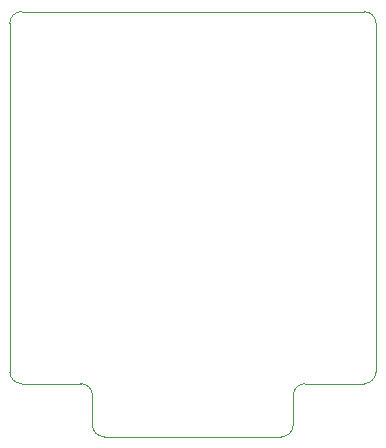
<source format=gm1>
%TF.GenerationSoftware,KiCad,Pcbnew,(6.0.0)*%
%TF.CreationDate,2022-09-20T12:46:11+03:00*%
%TF.ProjectId,Haier_module,48616965-725f-46d6-9f64-756c652e6b69,rev?*%
%TF.SameCoordinates,Original*%
%TF.FileFunction,Profile,NP*%
%FSLAX46Y46*%
G04 Gerber Fmt 4.6, Leading zero omitted, Abs format (unit mm)*
G04 Created by KiCad (PCBNEW (6.0.0)) date 2022-09-20 12:46:11*
%MOMM*%
%LPD*%
G01*
G04 APERTURE LIST*
%TA.AperFunction,Profile*%
%ADD10C,0.100000*%
%TD*%
G04 APERTURE END LIST*
D10*
X93000000Y-122500000D02*
G75*
G03*
X92000000Y-121500000I-999999J1D01*
G01*
X87000000Y-121500000D02*
X92000000Y-121500000D01*
X116000000Y-121500000D02*
G75*
G03*
X117000000Y-120500000I1J999999D01*
G01*
X86000000Y-120500000D02*
X86000000Y-91000000D01*
X86000000Y-120500000D02*
G75*
G03*
X87000000Y-121500000I999999J-1D01*
G01*
X87000000Y-90000000D02*
X116000000Y-90000000D01*
X109000000Y-126000000D02*
G75*
G03*
X110000000Y-125000000I1J999999D01*
G01*
X93000000Y-125000000D02*
G75*
G03*
X94000000Y-126000000I999999J-1D01*
G01*
X87000000Y-90000000D02*
G75*
G03*
X86000000Y-91000000I-1J-999999D01*
G01*
X117000000Y-91000000D02*
X117000000Y-120500000D01*
X110000000Y-125000000D02*
X110000000Y-122500000D01*
X109000000Y-126000000D02*
X94000000Y-126000000D01*
X117000000Y-91000000D02*
G75*
G03*
X116000000Y-90000000I-999999J1D01*
G01*
X111000000Y-121500000D02*
X116000000Y-121500000D01*
X111000000Y-121500000D02*
G75*
G03*
X110000000Y-122500000I-1J-999999D01*
G01*
X93000000Y-122500000D02*
X93000000Y-125000000D01*
M02*

</source>
